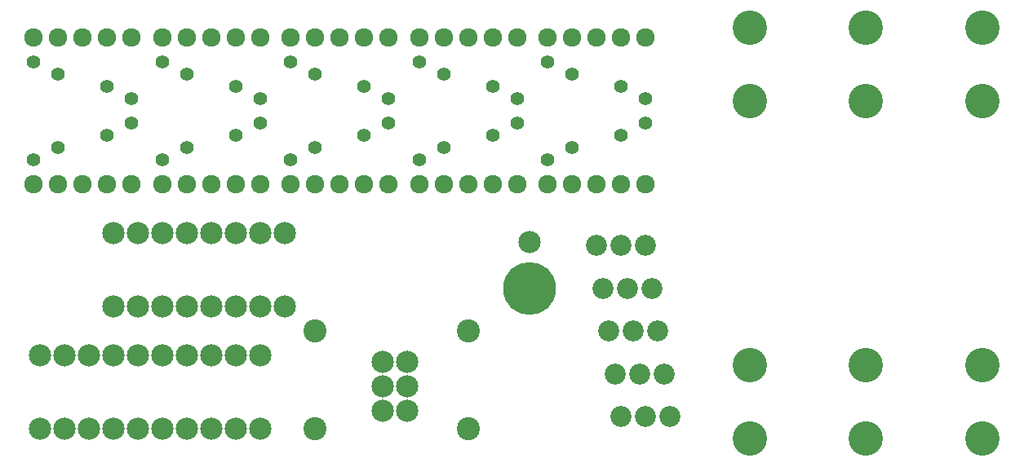
<source format=gbr>
G04 #@! TF.FileFunction,Soldermask,Bot*
%FSLAX46Y46*%
G04 Gerber Fmt 4.6, Leading zero omitted, Abs format (unit mm)*
G04 Created by KiCad (PCBNEW 4.0.1-3.201512221402+6198~38~ubuntu15.04.1-stable) date Sat 16 Apr 2016 12:43:45 PM EDT*
%MOMM*%
G01*
G04 APERTURE LIST*
%ADD10C,0.100000*%
%ADD11C,3.575000*%
%ADD12C,2.178000*%
%ADD13C,1.924000*%
%ADD14C,2.305000*%
%ADD15C,5.480000*%
%ADD16C,1.416000*%
%ADD17C,2.398980*%
G04 APERTURE END LIST*
D10*
D11*
X209550000Y-58674000D03*
X209550000Y-66294000D03*
X209550000Y-93726000D03*
X209550000Y-101346000D03*
D12*
X186690000Y-81280000D03*
X184150000Y-81280000D03*
X181610000Y-81280000D03*
D11*
X197485000Y-101346000D03*
X197485000Y-93726000D03*
X197485000Y-66294000D03*
X197485000Y-58674000D03*
X221615000Y-101346000D03*
X221615000Y-93726000D03*
X221615000Y-66294000D03*
X221615000Y-58674000D03*
D13*
X123190000Y-74930000D03*
X125730000Y-74930000D03*
X128270000Y-74930000D03*
X130810000Y-74930000D03*
X133350000Y-74930000D03*
X133350000Y-59690000D03*
X130810000Y-59690000D03*
X128270000Y-59690000D03*
X125730000Y-59690000D03*
X123190000Y-59690000D03*
X136525000Y-74930000D03*
X139065000Y-74930000D03*
X141605000Y-74930000D03*
X144145000Y-74930000D03*
X146685000Y-74930000D03*
X146685000Y-59690000D03*
X144145000Y-59690000D03*
X141605000Y-59690000D03*
X139065000Y-59690000D03*
X136525000Y-59690000D03*
X149860000Y-74930000D03*
X152400000Y-74930000D03*
X154940000Y-74930000D03*
X157480000Y-74930000D03*
X160020000Y-74930000D03*
X160020000Y-59690000D03*
X157480000Y-59690000D03*
X154940000Y-59690000D03*
X152400000Y-59690000D03*
X149860000Y-59690000D03*
X163195000Y-74930000D03*
X165735000Y-74930000D03*
X168275000Y-74930000D03*
X170815000Y-74930000D03*
X173355000Y-74930000D03*
X173355000Y-59690000D03*
X170815000Y-59690000D03*
X168275000Y-59690000D03*
X165735000Y-59690000D03*
X163195000Y-59690000D03*
X176530000Y-74930000D03*
X179070000Y-74930000D03*
X181610000Y-74930000D03*
X184150000Y-74930000D03*
X186690000Y-74930000D03*
X186690000Y-59690000D03*
X184150000Y-59690000D03*
X181610000Y-59690000D03*
X179070000Y-59690000D03*
X176530000Y-59690000D03*
D14*
X146685000Y-92710000D03*
X144145000Y-92710000D03*
X141605000Y-92710000D03*
X139065000Y-92710000D03*
X136525000Y-92710000D03*
X133985000Y-92710000D03*
X131445000Y-92710000D03*
X128905000Y-92710000D03*
X126365000Y-92710000D03*
X123825000Y-92710000D03*
X123825000Y-100330000D03*
X126365000Y-100330000D03*
X128905000Y-100330000D03*
X131445000Y-100330000D03*
X133985000Y-100330000D03*
X136525000Y-100330000D03*
X139065000Y-100330000D03*
X141605000Y-100330000D03*
X144145000Y-100330000D03*
X146685000Y-100330000D03*
X161925000Y-98425000D03*
X161925000Y-95885000D03*
X161925000Y-93345000D03*
X159385000Y-93345000D03*
X159385000Y-95885000D03*
X159385000Y-98425000D03*
D12*
X189230000Y-99060000D03*
X186690000Y-99060000D03*
X184150000Y-99060000D03*
X188595000Y-94615000D03*
X186055000Y-94615000D03*
X183515000Y-94615000D03*
X187960000Y-90170000D03*
X185420000Y-90170000D03*
X182880000Y-90170000D03*
X187325000Y-85725000D03*
X184785000Y-85725000D03*
X182245000Y-85725000D03*
D14*
X149225000Y-80010000D03*
X146685000Y-80010000D03*
X144145000Y-80010000D03*
X141605000Y-80010000D03*
X139065000Y-80010000D03*
X136525000Y-80010000D03*
X133985000Y-80010000D03*
X131445000Y-80010000D03*
X131445000Y-87630000D03*
X133985000Y-87630000D03*
X136525000Y-87630000D03*
X139065000Y-87630000D03*
X141605000Y-87630000D03*
X144145000Y-87630000D03*
X146685000Y-87630000D03*
X149225000Y-87630000D03*
D15*
X174625000Y-85725000D03*
D14*
X174625000Y-80925162D03*
D16*
X130810000Y-64770000D03*
X133350000Y-66040000D03*
X130810000Y-69850000D03*
X125730000Y-71120000D03*
X123190000Y-72390000D03*
X125730000Y-63500000D03*
X123190000Y-62230000D03*
X133350000Y-68580000D03*
X144145000Y-64770000D03*
X146685000Y-66040000D03*
X144145000Y-69850000D03*
X139065000Y-71120000D03*
X136525000Y-72390000D03*
X139065000Y-63500000D03*
X136525000Y-62230000D03*
X146685000Y-68580000D03*
X157480000Y-64770000D03*
X160020000Y-66040000D03*
X157480000Y-69850000D03*
X152400000Y-71120000D03*
X149860000Y-72390000D03*
X152400000Y-63500000D03*
X149860000Y-62230000D03*
X160020000Y-68580000D03*
X170815000Y-64770000D03*
X173355000Y-66040000D03*
X170815000Y-69850000D03*
X165735000Y-71120000D03*
X163195000Y-72390000D03*
X165735000Y-63500000D03*
X163195000Y-62230000D03*
X173355000Y-68580000D03*
X184150000Y-64770000D03*
X186690000Y-66040000D03*
X184150000Y-69850000D03*
X179070000Y-71120000D03*
X176530000Y-72390000D03*
X179070000Y-63500000D03*
X176530000Y-62230000D03*
X186690000Y-68580000D03*
D17*
X152400000Y-100330000D03*
X152400000Y-90170000D03*
X168275000Y-100330000D03*
X168275000Y-90170000D03*
M02*

</source>
